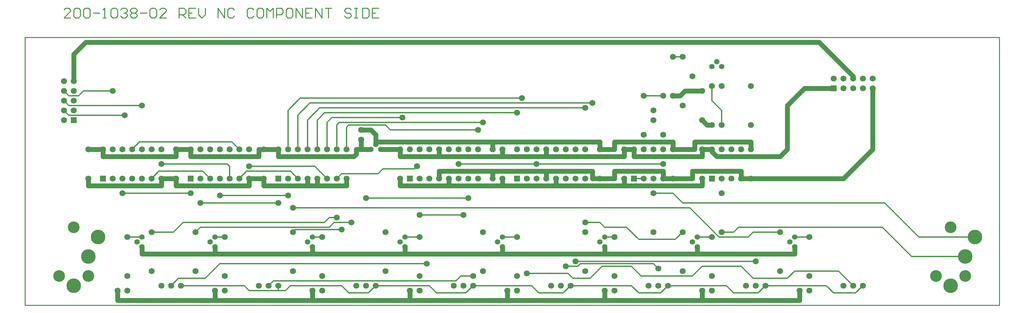
<source format=gtl>
*%FSLAX23Y23*%
*%MOIN*%
G01*
%ADD11C,0.007*%
%ADD12C,0.008*%
%ADD13C,0.010*%
%ADD14C,0.012*%
%ADD15C,0.020*%
%ADD16C,0.032*%
%ADD17C,0.036*%
%ADD18C,0.050*%
%ADD19C,0.052*%
%ADD20C,0.055*%
%ADD21C,0.056*%
%ADD22C,0.060*%
%ADD23C,0.061*%
%ADD24C,0.062*%
%ADD25C,0.068*%
%ADD26C,0.080*%
%ADD27C,0.095*%
%ADD28C,0.115*%
%ADD29C,0.120*%
%ADD30C,0.126*%
%ADD31C,0.150*%
%ADD32C,0.156*%
%ADD33R,0.062X0.062*%
%ADD34R,0.068X0.068*%
D13*
X5266Y9398D02*
X5333D01*
X5266D02*
X5333Y9465D01*
Y9481D01*
X5316Y9498D01*
X5283D01*
X5266Y9481D01*
X5366D02*
X5383Y9498D01*
X5416D01*
X5433Y9481D01*
Y9415D01*
X5416Y9398D01*
X5383D01*
X5366Y9415D01*
Y9481D01*
X5466D02*
X5483Y9498D01*
X5516D01*
X5533Y9481D01*
Y9415D01*
X5516Y9398D01*
X5483D01*
X5466Y9415D01*
Y9481D01*
X5566Y9448D02*
X5633D01*
X5666Y9398D02*
X5699D01*
X5683D01*
Y9498D01*
X5684D01*
X5683D02*
X5666Y9481D01*
X5749D02*
X5766Y9498D01*
X5799D01*
X5816Y9481D01*
Y9415D01*
X5799Y9398D01*
X5766D01*
X5749Y9415D01*
Y9481D01*
X5849D02*
X5866Y9498D01*
X5899D01*
X5916Y9481D01*
Y9465D01*
X5917D01*
X5916D02*
X5917D01*
X5916D02*
X5917D01*
X5916D02*
X5899Y9448D01*
X5882D01*
X5899D01*
X5916Y9431D01*
Y9415D01*
X5899Y9398D01*
X5866D01*
X5849Y9415D01*
X5949Y9481D02*
X5966Y9498D01*
X5999D01*
X6016Y9481D01*
Y9465D01*
X5999Y9448D01*
X6016Y9431D01*
Y9415D01*
X5999Y9398D01*
X5966D01*
X5949Y9415D01*
Y9431D01*
X5966Y9448D01*
X5949Y9465D01*
Y9481D01*
X5966Y9448D02*
X5999D01*
X6049D02*
X6116D01*
X6149Y9481D02*
X6166Y9498D01*
X6199D01*
X6216Y9481D01*
Y9415D01*
X6199Y9398D01*
X6166D01*
X6149Y9415D01*
Y9481D01*
X6249Y9398D02*
X6316D01*
X6249D02*
X6316Y9465D01*
Y9481D01*
X6299Y9498D01*
X6266D01*
X6249Y9481D01*
X6449Y9498D02*
Y9398D01*
Y9498D02*
X6499D01*
X6516Y9481D01*
Y9448D01*
X6499Y9431D01*
X6449D01*
X6482D02*
X6516Y9398D01*
X6549Y9498D02*
X6616D01*
X6549D02*
Y9398D01*
X6616D01*
X6582Y9448D02*
X6549D01*
X6649Y9431D02*
Y9498D01*
Y9431D02*
X6682Y9398D01*
X6716Y9431D01*
Y9498D01*
X6849D02*
Y9398D01*
X6915D02*
X6849Y9498D01*
X6915D02*
Y9398D01*
X7015Y9481D02*
X6999Y9498D01*
X6965D01*
X6949Y9481D01*
Y9415D01*
X6965Y9398D01*
X6999D01*
X7015Y9415D01*
X7199Y9498D02*
X7215Y9481D01*
X7199Y9498D02*
X7165D01*
X7149Y9481D01*
Y9415D01*
X7165Y9398D01*
X7199D01*
X7215Y9415D01*
X7265Y9498D02*
X7299D01*
X7265D02*
X7249Y9481D01*
Y9415D01*
X7265Y9398D01*
X7299D01*
X7315Y9415D01*
Y9481D01*
X7299Y9498D01*
X7349D02*
Y9398D01*
X7382Y9465D02*
X7349Y9498D01*
X7382Y9465D02*
X7415Y9498D01*
Y9398D01*
X7449D02*
Y9498D01*
X7499D01*
X7515Y9481D01*
Y9448D01*
X7499Y9431D01*
X7449D01*
X7565Y9498D02*
X7599D01*
X7565D02*
X7549Y9481D01*
Y9415D01*
X7565Y9398D01*
X7599D01*
X7615Y9415D01*
Y9481D01*
X7599Y9498D01*
X7649D02*
Y9398D01*
X7715D02*
X7649Y9498D01*
X7715D02*
Y9398D01*
X7749Y9498D02*
X7815D01*
X7749D02*
Y9398D01*
X7815D01*
X7782Y9448D02*
X7749D01*
X7848Y9398D02*
Y9498D01*
X7915Y9398D01*
Y9498D01*
X7948D02*
X8015D01*
X7982D01*
Y9398D01*
X8198Y9498D02*
X8215Y9481D01*
X8198Y9498D02*
X8165D01*
X8148Y9481D01*
Y9465D01*
X8165Y9448D01*
X8198D01*
X8215Y9431D01*
Y9415D01*
X8198Y9398D01*
X8165D01*
X8148Y9415D01*
X8248Y9498D02*
X8282D01*
X8265D01*
Y9398D01*
X8248D01*
X8282D01*
X8332D02*
Y9498D01*
Y9398D02*
X8382D01*
X8398Y9415D01*
Y9481D01*
X8382Y9498D01*
X8332D01*
X8432D02*
X8498D01*
X8432D02*
Y9398D01*
X8498D01*
X8465Y9448D02*
X8432D01*
X14866Y9198D02*
Y6448D01*
X4866D02*
Y9198D01*
X14866D01*
Y6448D02*
X4866D01*
D14*
X7841Y7873D02*
X7966Y7748D01*
X13691Y7498D02*
X14041Y7148D01*
X13966Y6948D02*
X13666Y7248D01*
X11991Y7148D02*
X11691Y7448D01*
X11166Y7123D02*
X11041Y7248D01*
X12216Y6848D02*
X12341Y6723D01*
X13216Y6798D02*
X13366Y6648D01*
X7691Y8573D02*
X7566Y8448D01*
X7666Y8398D02*
X7791Y8523D01*
X7891Y8473D02*
X7766Y8348D01*
X10666Y6723D02*
X10791Y6848D01*
X6866Y6873D02*
X6716Y6723D01*
X7166Y6598D02*
X7441D01*
X7466D01*
X7541D01*
X13166Y6573D02*
X13391D01*
X8391D02*
X8191D01*
X9091D02*
X9391D01*
X10141D02*
X10391D01*
X11166D02*
X11391D01*
X12141D02*
X12391D01*
X7116Y6648D02*
X6466D01*
X7591D02*
X8116D01*
X8466D02*
X9016D01*
X9466D02*
X10066D01*
X10466D02*
X11091D01*
X12466D02*
X13091D01*
X12066D02*
X11466D01*
X12341Y6723D02*
X12691D01*
X10666D02*
X10491D01*
X9291Y6698D02*
X7416D01*
X6716Y6723D02*
X6441D01*
X12766Y6798D02*
X13216D01*
X10441Y6773D02*
X10016D01*
X9416Y6748D02*
X9341D01*
X9416D02*
X9466D01*
X11191D02*
X11716D01*
X12366Y6898D02*
X10516D01*
X10566Y6873D02*
X11316D01*
X10541Y6848D02*
X10416D01*
X8991Y6873D02*
X6866D01*
X10791Y6848D02*
X11091D01*
X11816D02*
X12216D01*
X13966Y6948D02*
X14516D01*
X5316Y8498D02*
X5266Y8548D01*
Y8448D02*
X5316Y8398D01*
Y8598D02*
X5266Y8648D01*
X5416Y8598D02*
X5466Y8648D01*
X11166Y7123D02*
X11541D01*
X14041Y7148D02*
X14616D01*
X12141Y7198D02*
X12016D01*
X11991Y7148D02*
X12291D01*
X12341Y7198D02*
X12616D01*
X11916Y7148D02*
X11766D01*
X10916D02*
X10816D01*
X12766D02*
X12916D01*
X9916D02*
X9766D01*
X8916D02*
X8766D01*
X6066D02*
X5916D01*
X6816D02*
X6916D01*
X7816D02*
X7916D01*
X6391Y7198D02*
X6166D01*
X12191Y7248D02*
X13666D01*
X11041D02*
X10816D01*
X10766Y7298D02*
X10616D01*
X8116Y7223D02*
X7641D01*
X7991Y7248D02*
X6666D01*
X8041Y7298D02*
X8216D01*
X7941D02*
X6491D01*
X8916Y7373D02*
X9366D01*
X8066Y7348D02*
X7991D01*
X7466Y7498D02*
X6666D01*
X11616D02*
X13691D01*
X11691Y7448D02*
X7616D01*
X7566Y7573D02*
X6866D01*
X8366Y7548D02*
X9416D01*
X6566Y7598D02*
X5866D01*
X11316D02*
X11516D01*
X6041Y8123D02*
X5966Y8048D01*
X11116Y7748D02*
X11216D01*
X6241Y7823D02*
X6166Y7748D01*
X6266Y7898D02*
X6941D01*
X6691Y7823D02*
X6241D01*
X7141D02*
X7591D01*
X7841Y7873D02*
X7166D01*
X8541Y7848D02*
X8866D01*
X8491Y7798D02*
X8116D01*
X9316Y7898D02*
X10116D01*
X10416D02*
X11416D01*
X10416D02*
X10116D01*
X6441Y6723D02*
X6366Y6648D01*
X6391Y7198D02*
X6491Y7298D01*
X6041Y8123D02*
X6991D01*
X8191Y8298D02*
X8566D01*
X8616Y8248D02*
X9516D01*
X8741Y8373D02*
X8016D01*
X8091Y8323D02*
X9566D01*
X6766Y7748D02*
X6691Y7823D01*
X6666Y7248D02*
X6616Y7198D01*
X6066Y8498D02*
X5316D01*
Y8398D02*
X5891D01*
X7891Y8473D02*
X10616D01*
X9916Y8423D02*
X7941D01*
X7691Y8573D02*
X9966D01*
X10691Y8523D02*
X7791D01*
X6966Y7873D02*
Y7748D01*
X7066Y8048D02*
X6991Y8123D01*
X6941Y7898D02*
X6966Y7873D01*
X5416Y8598D02*
X5316D01*
X5466Y8648D02*
X5766D01*
X11216Y8598D02*
X11416D01*
X7166Y6598D02*
X7116Y6648D01*
X7066Y7748D02*
X7141Y7823D01*
X7416Y6698D02*
X7366Y6648D01*
X11516Y8998D02*
X11616D01*
X7566Y8448D02*
Y8048D01*
X7466Y6648D02*
Y6598D01*
X7541D02*
X7591Y6648D01*
X7666Y8048D02*
Y8398D01*
X7766Y8348D02*
Y8048D01*
X7591Y7823D02*
X7666Y7748D01*
X7641Y7223D02*
X7616Y7198D01*
X7866Y8048D02*
Y8348D01*
X7966Y8323D02*
Y8048D01*
X7866Y8348D02*
X7916Y8398D01*
X7941Y8423D01*
X8016Y8373D02*
X7966Y8323D01*
X7991Y7348D02*
X7941Y7298D01*
X8066Y8048D02*
Y8298D01*
X8166Y8273D02*
Y8048D01*
X8116Y6648D02*
X8166Y6598D01*
X8191Y6573D01*
X8066Y8298D02*
X8091Y8323D01*
X8116Y7798D02*
X8066Y7748D01*
X8041Y7298D02*
X7991Y7248D01*
X8166Y8273D02*
X8191Y8298D01*
X8466Y6648D02*
X8391Y6573D01*
X8491Y7798D02*
X8541Y7848D01*
X8616Y8248D02*
X8566Y8298D01*
X8891Y7873D02*
X8866Y7848D01*
X9016Y6648D02*
X9091Y6573D01*
X9291Y6698D02*
X9341Y6748D01*
X9466Y6648D02*
X9391Y6573D01*
X10066Y6648D02*
X10141Y6573D01*
X10441Y6773D02*
X10491Y6723D01*
X10466Y6648D02*
X10391Y6573D01*
X10541Y6848D02*
X10566Y6873D01*
X10816Y7248D02*
X10766Y7298D01*
X11091Y6648D02*
X11166Y6573D01*
X11191Y6748D02*
X11091Y6848D01*
X11316Y6873D02*
X11366Y6823D01*
X11466Y6648D02*
X11391Y6573D01*
X11616Y7498D02*
X11516Y7598D01*
X11616Y7198D02*
X11541Y7123D01*
X11816Y6848D02*
X11716Y6748D01*
X11916Y8548D02*
Y8698D01*
X12016Y8448D02*
Y8298D01*
Y8448D02*
X11916Y8548D01*
X12066Y6648D02*
X12141Y6573D01*
Y7198D02*
X12191Y7248D01*
X12291Y7148D02*
X12341Y7198D01*
X12466Y6648D02*
X12391Y6573D01*
X12691Y6723D02*
X12766Y6798D01*
X13091Y6648D02*
X13166Y6573D01*
X13391D02*
X13466Y6648D01*
D18*
X8466Y8198D02*
X8416Y8248D01*
X11816Y8348D02*
X11866Y8298D01*
X11916Y8023D02*
X11966Y7973D01*
X13016Y9148D02*
X13366Y8798D01*
X8266Y7998D02*
X8241Y7973D01*
X11591Y8598D02*
X11641Y8648D01*
X12616Y7973D02*
X12691Y8048D01*
X5491Y9148D02*
X5366Y9023D01*
X12691Y8498D02*
X12866Y8673D01*
X13566Y8048D02*
X13266Y7748D01*
X12816Y6498D02*
X11816D01*
X10816D01*
X9816D01*
X8816D01*
X6816D02*
X5816D01*
X6816D02*
X7816D01*
X8816D01*
X11766Y6973D02*
X12766D01*
X11766D02*
X10816D01*
X9766D01*
X8766D01*
X7816D01*
X6816D01*
X6066D01*
X5366Y8748D02*
Y9023D01*
X5516Y7748D02*
Y7673D01*
X5666Y7973D02*
Y8048D01*
X5816Y6598D02*
Y6498D01*
X7866Y7673D02*
X8166D01*
X7866D02*
X7766D01*
X6266D02*
X5516D01*
X8716D02*
X9216D01*
X9766D01*
X10316D01*
X11016D01*
X11816D01*
X7166D02*
X6416D01*
X7316D02*
X7766D01*
X6416Y7748D02*
X6266D01*
X11516D02*
X11716D01*
X11516D02*
X11416D01*
X10916D02*
X10766D01*
X10691D01*
X7316D02*
X7166D01*
X12216D02*
X12316D01*
X13266D01*
X6066Y7048D02*
Y6973D01*
X11716Y7823D02*
X12216D01*
X11416D02*
X10916D01*
X10691D02*
X10216D01*
X9666D01*
X9116D01*
X6416Y7973D02*
X5666D01*
X6566D02*
X7266D01*
X7466D02*
X8241D01*
X8716D02*
X9116D01*
X9766D01*
X10216D01*
X11016D01*
X11116D02*
X11816D01*
X11966D02*
X12616D01*
X6266Y7748D02*
Y7673D01*
X5666Y8048D02*
X5516D01*
X6416D02*
X6566D01*
X7266D02*
X7316D01*
X8266D02*
X8316D01*
X7466D02*
X7316D01*
X8316D02*
X8416D01*
X8516D02*
X8716D01*
X11016D02*
X11116D01*
X11516D02*
X11741D01*
X10916D02*
X10766D01*
X11816D02*
X11916D01*
X11741Y8123D02*
X12316D01*
X11516D02*
X10916D01*
X10766D02*
X9666D01*
X8466D01*
X6416Y7748D02*
Y7673D01*
Y7973D02*
Y8048D01*
X6566D02*
Y7973D01*
X8316Y8248D02*
X8416D01*
X11866Y8298D02*
X11916D01*
X6816Y7048D02*
Y6973D01*
Y6598D02*
Y6498D01*
X11641Y8648D02*
X11816D01*
X11591Y8598D02*
X11516D01*
X12866Y8673D02*
X13166D01*
X7166Y7748D02*
Y7673D01*
X7266Y7973D02*
Y8048D01*
X7316Y7748D02*
Y7673D01*
X5491Y9148D02*
X13016D01*
X7466Y8048D02*
Y7973D01*
X7766Y7748D02*
Y7673D01*
X7816Y7048D02*
Y6973D01*
Y6598D02*
Y6498D01*
X7866Y7673D02*
Y7748D01*
X8166D02*
Y7673D01*
X8266Y7998D02*
Y8048D01*
X8316D02*
Y8148D01*
X8466Y8098D02*
Y8198D01*
Y8123D02*
Y8098D01*
X8716Y8048D02*
Y7973D01*
Y7748D02*
Y7673D01*
X8766Y7048D02*
Y6973D01*
X8816Y6598D02*
Y6498D01*
X9116Y7748D02*
Y7823D01*
Y7973D02*
Y8048D01*
X9216Y7748D02*
Y7673D01*
X9666Y8048D02*
Y8123D01*
Y7823D02*
Y7748D01*
X9766Y7048D02*
Y6973D01*
X9816Y6598D02*
Y6498D01*
X9766Y7673D02*
Y7748D01*
Y7973D02*
Y8048D01*
X10316Y7748D02*
Y7673D01*
X10216Y7748D02*
Y7823D01*
Y7973D02*
Y8048D01*
X10691Y7823D02*
Y7748D01*
X10766Y8048D02*
Y8123D01*
X10816Y7048D02*
Y6973D01*
Y6598D02*
Y6498D01*
X10916Y7748D02*
Y7823D01*
Y8048D02*
Y8123D01*
X11016Y8048D02*
Y7973D01*
Y7748D02*
Y7673D01*
X11116Y7973D02*
Y8048D01*
X11416Y7823D02*
Y7748D01*
X11516Y8048D02*
Y8123D01*
X11716Y7823D02*
Y7748D01*
X11741Y8048D02*
Y8123D01*
X11816Y8048D02*
Y7973D01*
X11766Y7048D02*
Y6973D01*
X11816Y6598D02*
Y6498D01*
Y7673D02*
Y7748D01*
X11916Y8023D02*
Y8048D01*
X12216Y7823D02*
Y7748D01*
X12316Y8048D02*
Y8123D01*
X12766Y7048D02*
Y6973D01*
X12691Y8048D02*
Y8498D01*
X12816Y6598D02*
Y6498D01*
X13366Y8773D02*
Y8798D01*
X13566Y8673D02*
Y8048D01*
D20*
X6816Y7048D02*
D03*
X6766Y7098D02*
D03*
X6816Y7148D02*
D03*
X6066Y7048D02*
D03*
X6016Y7098D02*
D03*
X6066Y7148D02*
D03*
X8416Y8048D02*
D03*
X8466Y8098D02*
D03*
X8516Y8048D02*
D03*
X7816Y7048D02*
D03*
X7766Y7098D02*
D03*
X7816Y7148D02*
D03*
X9766Y7048D02*
D03*
X9716Y7098D02*
D03*
X9766Y7148D02*
D03*
X8766Y7048D02*
D03*
X8716Y7098D02*
D03*
X8766Y7148D02*
D03*
X10816Y7048D02*
D03*
X10766Y7098D02*
D03*
X10816Y7148D02*
D03*
X12766Y7048D02*
D03*
X12716Y7098D02*
D03*
X12766Y7148D02*
D03*
X11766Y7048D02*
D03*
X11716Y7098D02*
D03*
X11766Y7148D02*
D03*
X11916Y8898D02*
D03*
X11966Y8948D02*
D03*
X12016Y8898D02*
D03*
D24*
X12366Y6898D02*
D03*
X11416Y7898D02*
D03*
X11366Y6823D02*
D03*
X10691Y8523D02*
D03*
X10616Y8473D02*
D03*
Y7298D02*
D03*
X10516Y6898D02*
D03*
X10416Y6848D02*
D03*
X10116Y7898D02*
D03*
X9966Y8573D02*
D03*
X10016Y6773D02*
D03*
X9916Y8423D02*
D03*
X9566Y8323D02*
D03*
X9516Y8248D02*
D03*
X9416Y7548D02*
D03*
X9466Y6748D02*
D03*
X9366Y7373D02*
D03*
X9316Y7898D02*
D03*
X8991Y6873D02*
D03*
X8891Y7873D02*
D03*
X8916Y7373D02*
D03*
X8741Y8373D02*
D03*
X8366Y7548D02*
D03*
X8216Y7298D02*
D03*
X8116Y7223D02*
D03*
X8066Y7348D02*
D03*
X7616Y7448D02*
D03*
X7566Y7573D02*
D03*
X7466Y7498D02*
D03*
X7166Y7873D02*
D03*
X6866Y7573D02*
D03*
X6666Y7498D02*
D03*
X6566Y7598D02*
D03*
X6266Y7898D02*
D03*
X6066Y8498D02*
D03*
X5891Y8398D02*
D03*
X5866Y7598D02*
D03*
X5766Y8648D02*
D03*
X5266Y8748D02*
D03*
X5366D02*
D03*
Y8648D02*
D03*
X5266Y8548D02*
D03*
X5366D02*
D03*
X5266Y8448D02*
D03*
X5366D02*
D03*
X5266Y8348D02*
D03*
Y8648D02*
D03*
X6816Y6598D02*
D03*
X6916D02*
D03*
X6266Y6648D02*
D03*
X6466D02*
D03*
X6366D02*
D03*
X5816Y6598D02*
D03*
X5916D02*
D03*
X5516Y8048D02*
D03*
Y7748D02*
D03*
X6416Y8048D02*
D03*
Y7748D02*
D03*
X5766D02*
D03*
X5966D02*
D03*
X6066D02*
D03*
X6166D02*
D03*
X6266D02*
D03*
Y8048D02*
D03*
X6166D02*
D03*
X6066D02*
D03*
X5966D02*
D03*
X5866D02*
D03*
X5766D02*
D03*
X5666D02*
D03*
X5866Y7748D02*
D03*
X6666D02*
D03*
X6866D02*
D03*
X6966D02*
D03*
X7066D02*
D03*
X7166D02*
D03*
Y8048D02*
D03*
X7066D02*
D03*
X6966D02*
D03*
X6866D02*
D03*
X6766D02*
D03*
X6666D02*
D03*
X6566D02*
D03*
X6766Y7748D02*
D03*
X6916Y6748D02*
D03*
Y7148D02*
D03*
X5916Y6748D02*
D03*
Y7148D02*
D03*
X6616Y6798D02*
D03*
Y7198D02*
D03*
X6166Y6798D02*
D03*
Y7198D02*
D03*
X7266Y6648D02*
D03*
X7466D02*
D03*
X7366D02*
D03*
X8266D02*
D03*
X8466D02*
D03*
X8366D02*
D03*
X7816Y6598D02*
D03*
X7916D02*
D03*
X7316Y8048D02*
D03*
Y7748D02*
D03*
X8316Y8148D02*
D03*
Y8248D02*
D03*
X7566Y7748D02*
D03*
X7666D02*
D03*
X7766D02*
D03*
X7866D02*
D03*
X7966D02*
D03*
X8066D02*
D03*
X8166D02*
D03*
Y8048D02*
D03*
X8066D02*
D03*
X7966D02*
D03*
X7866D02*
D03*
X7766D02*
D03*
X7666D02*
D03*
X7566D02*
D03*
X7466D02*
D03*
X7916Y6748D02*
D03*
Y7148D02*
D03*
X7616Y6798D02*
D03*
Y7198D02*
D03*
X9266Y6648D02*
D03*
X9466D02*
D03*
X9366D02*
D03*
X9816Y6598D02*
D03*
X9916D02*
D03*
X8816D02*
D03*
X8916D02*
D03*
X9666Y7748D02*
D03*
Y8048D02*
D03*
X9766D02*
D03*
Y7748D02*
D03*
X10016D02*
D03*
X10116D02*
D03*
X10216D02*
D03*
X10316D02*
D03*
X10416D02*
D03*
X10516D02*
D03*
X10616D02*
D03*
Y8048D02*
D03*
X10516D02*
D03*
X10416D02*
D03*
X10316D02*
D03*
X10216D02*
D03*
X10116D02*
D03*
X10016D02*
D03*
X9916D02*
D03*
X8716D02*
D03*
Y7748D02*
D03*
X8916D02*
D03*
X9016D02*
D03*
X9116D02*
D03*
X9216D02*
D03*
X9316D02*
D03*
X9416D02*
D03*
X9516D02*
D03*
Y8048D02*
D03*
X9416D02*
D03*
X9316D02*
D03*
X9216D02*
D03*
X9116D02*
D03*
X9016D02*
D03*
X8916D02*
D03*
X8816D02*
D03*
X9916Y6748D02*
D03*
Y7148D02*
D03*
X8916Y6748D02*
D03*
Y7148D02*
D03*
X9566Y6798D02*
D03*
Y7198D02*
D03*
X8566Y6798D02*
D03*
Y7198D02*
D03*
X10266Y6648D02*
D03*
X10466D02*
D03*
X10366D02*
D03*
X11266D02*
D03*
X11466D02*
D03*
X11366D02*
D03*
X10816Y6598D02*
D03*
X10916D02*
D03*
X11316Y7198D02*
D03*
Y7598D02*
D03*
X10766Y7748D02*
D03*
Y8048D02*
D03*
X11416Y8598D02*
D03*
Y8198D02*
D03*
X11316Y8448D02*
D03*
Y8348D02*
D03*
X11216Y8598D02*
D03*
Y8198D02*
D03*
X11516Y7748D02*
D03*
Y8048D02*
D03*
X11016D02*
D03*
Y7748D02*
D03*
X11316D02*
D03*
X11416D02*
D03*
Y8048D02*
D03*
X11316D02*
D03*
X11216D02*
D03*
X11116D02*
D03*
X11216Y7748D02*
D03*
X10916Y6748D02*
D03*
Y7148D02*
D03*
X11616Y6798D02*
D03*
Y7198D02*
D03*
X10616Y6798D02*
D03*
Y7198D02*
D03*
X11516Y8598D02*
D03*
Y8998D02*
D03*
X11616D02*
D03*
Y8498D02*
D03*
X11716Y8798D02*
D03*
X12266Y6648D02*
D03*
X12466D02*
D03*
X12366D02*
D03*
X12816Y6598D02*
D03*
X12916D02*
D03*
X11816D02*
D03*
X11916D02*
D03*
X12016Y8698D02*
D03*
Y8298D02*
D03*
X11816Y8348D02*
D03*
Y8648D02*
D03*
X11916Y8698D02*
D03*
Y8298D02*
D03*
X12016Y7198D02*
D03*
Y7598D02*
D03*
X12316Y7748D02*
D03*
Y8048D02*
D03*
X11816D02*
D03*
Y7748D02*
D03*
X12116D02*
D03*
X12216D02*
D03*
Y8048D02*
D03*
X12116D02*
D03*
X12016D02*
D03*
X11916D02*
D03*
X12016Y7748D02*
D03*
X12916Y6748D02*
D03*
Y7148D02*
D03*
X11916Y6748D02*
D03*
Y7148D02*
D03*
X12616Y6798D02*
D03*
Y7198D02*
D03*
X13466Y8773D02*
D03*
X13166D02*
D03*
X13266Y8673D02*
D03*
Y8773D02*
D03*
X13366Y8673D02*
D03*
Y8773D02*
D03*
X13466Y8673D02*
D03*
X13566D02*
D03*
Y8773D02*
D03*
X12316Y8298D02*
D03*
Y8698D02*
D03*
X13266Y6648D02*
D03*
X13466D02*
D03*
X13366D02*
D03*
D29*
X5516Y6748D02*
D03*
X5216D02*
D03*
X5366Y7248D02*
D03*
X14516Y6748D02*
D03*
X14216D02*
D03*
X14366Y7248D02*
D03*
D31*
X5516Y6948D02*
D03*
X5616Y7148D02*
D03*
X5366Y6648D02*
D03*
X14516Y6948D02*
D03*
X14616Y7148D02*
D03*
X14366Y6648D02*
D03*
D33*
X5366Y8348D02*
D03*
X5666Y7748D02*
D03*
X6566D02*
D03*
X7466D02*
D03*
X9916D02*
D03*
X8816D02*
D03*
X11116D02*
D03*
X11916D02*
D03*
X13166Y8673D02*
D03*
M02*

</source>
